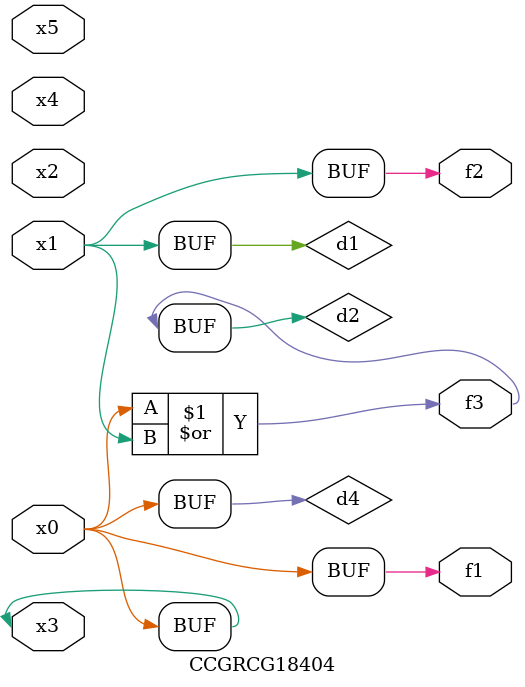
<source format=v>
module CCGRCG18404(
	input x0, x1, x2, x3, x4, x5,
	output f1, f2, f3
);

	wire d1, d2, d3, d4;

	and (d1, x1);
	or (d2, x0, x1);
	nand (d3, x0, x5);
	buf (d4, x0, x3);
	assign f1 = d4;
	assign f2 = d1;
	assign f3 = d2;
endmodule

</source>
